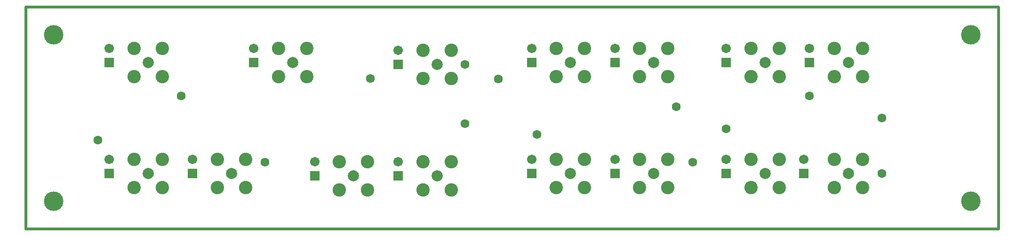
<source format=gts>
G04*
G04 #@! TF.GenerationSoftware,Altium Limited,Altium Designer,22.3.1 (43)*
G04*
G04 Layer_Color=8388736*
%FSLAX25Y25*%
%MOIN*%
G70*
G04*
G04 #@! TF.SameCoordinates,1231F7E6-A72B-4AA4-91AD-26716E8A39C1*
G04*
G04*
G04 #@! TF.FilePolarity,Negative*
G04*
G01*
G75*
%ADD12C,0.01968*%
%ADD15C,0.07887*%
%ADD16C,0.09461*%
%ADD17R,0.06706X0.06706*%
%ADD18C,0.06706*%
%ADD19C,0.13800*%
%ADD20C,0.06312*%
D12*
X0Y-157480D02*
X688976Y-157480D01*
X0Y0D02*
X688976Y0D01*
X0Y-157480D02*
Y0D01*
X688976Y-157480D02*
Y0D01*
D15*
X86614Y-118110D02*
D03*
X145669D02*
D03*
X86614Y-39370D02*
D03*
X188976D02*
D03*
X232185Y-119684D02*
D03*
X291241Y-119684D02*
D03*
X385827Y-118110D02*
D03*
X444882D02*
D03*
X523622Y-118110D02*
D03*
X385827Y-39370D02*
D03*
X444882Y-39370D02*
D03*
X523622Y-39370D02*
D03*
X582677Y-118110D02*
D03*
Y-39370D02*
D03*
X291241Y-40944D02*
D03*
D16*
X96614Y-108110D02*
D03*
Y-128110D02*
D03*
X76614D02*
D03*
Y-108110D02*
D03*
X155669D02*
D03*
Y-128110D02*
D03*
X135669D02*
D03*
Y-108110D02*
D03*
X96614Y-29370D02*
D03*
Y-49370D02*
D03*
X76614D02*
D03*
Y-29370D02*
D03*
X198976D02*
D03*
Y-49370D02*
D03*
X178976D02*
D03*
Y-29370D02*
D03*
X222185Y-109684D02*
D03*
X242185D02*
D03*
Y-129684D02*
D03*
X222185D02*
D03*
X281241Y-109684D02*
D03*
X301240D02*
D03*
Y-129684D02*
D03*
X281241D02*
D03*
X375827Y-128110D02*
D03*
X395827D02*
D03*
Y-108110D02*
D03*
X375827D02*
D03*
X434882D02*
D03*
X454882D02*
D03*
Y-128110D02*
D03*
X434882D02*
D03*
X513622Y-108110D02*
D03*
X533622D02*
D03*
Y-128110D02*
D03*
X513622D02*
D03*
X375827Y-29370D02*
D03*
X395827D02*
D03*
Y-49370D02*
D03*
X375827D02*
D03*
X434882Y-49370D02*
D03*
X454882D02*
D03*
Y-29370D02*
D03*
X434882D02*
D03*
X513622Y-29370D02*
D03*
X533622D02*
D03*
Y-49370D02*
D03*
X513622D02*
D03*
X572677Y-108110D02*
D03*
X592677D02*
D03*
Y-128110D02*
D03*
X572677D02*
D03*
Y-29370D02*
D03*
X592677D02*
D03*
Y-49370D02*
D03*
X572677D02*
D03*
X281241Y-30944D02*
D03*
X301240D02*
D03*
Y-50944D02*
D03*
X281241D02*
D03*
D17*
X59055Y-118110D02*
D03*
X118110D02*
D03*
X59055Y-39370D02*
D03*
X161417D02*
D03*
X204626Y-119684D02*
D03*
X263681Y-119684D02*
D03*
X358268Y-118110D02*
D03*
X358268Y-39370D02*
D03*
X263681Y-40944D02*
D03*
X496063Y-118110D02*
D03*
X417323Y-118110D02*
D03*
X496063Y-39370D02*
D03*
X417323Y-39370D02*
D03*
X551181Y-118110D02*
D03*
X555118Y-39370D02*
D03*
D18*
X59055Y-108110D02*
D03*
X118110D02*
D03*
X59055Y-29370D02*
D03*
X161417D02*
D03*
X204626Y-109684D02*
D03*
X263681Y-109684D02*
D03*
X358268Y-108110D02*
D03*
X358268Y-29370D02*
D03*
X263681Y-30944D02*
D03*
X496063Y-108110D02*
D03*
X417323Y-108110D02*
D03*
X496063Y-29370D02*
D03*
X417323Y-29370D02*
D03*
X551181Y-108110D02*
D03*
X555118Y-29370D02*
D03*
D19*
X669291Y-137795D02*
D03*
Y-19685D02*
D03*
X19685Y-137795D02*
D03*
Y-19685D02*
D03*
D20*
X169291Y-110236D02*
D03*
X51181Y-94488D02*
D03*
X110236Y-62992D02*
D03*
X472441Y-110236D02*
D03*
X496063Y-86614D02*
D03*
X460630Y-70866D02*
D03*
X606299Y-118110D02*
D03*
Y-78740D02*
D03*
X555118Y-62992D02*
D03*
X362205Y-90551D02*
D03*
X311024Y-82677D02*
D03*
X334646Y-51181D02*
D03*
X244094Y-50944D02*
D03*
X310926Y-40944D02*
D03*
M02*

</source>
